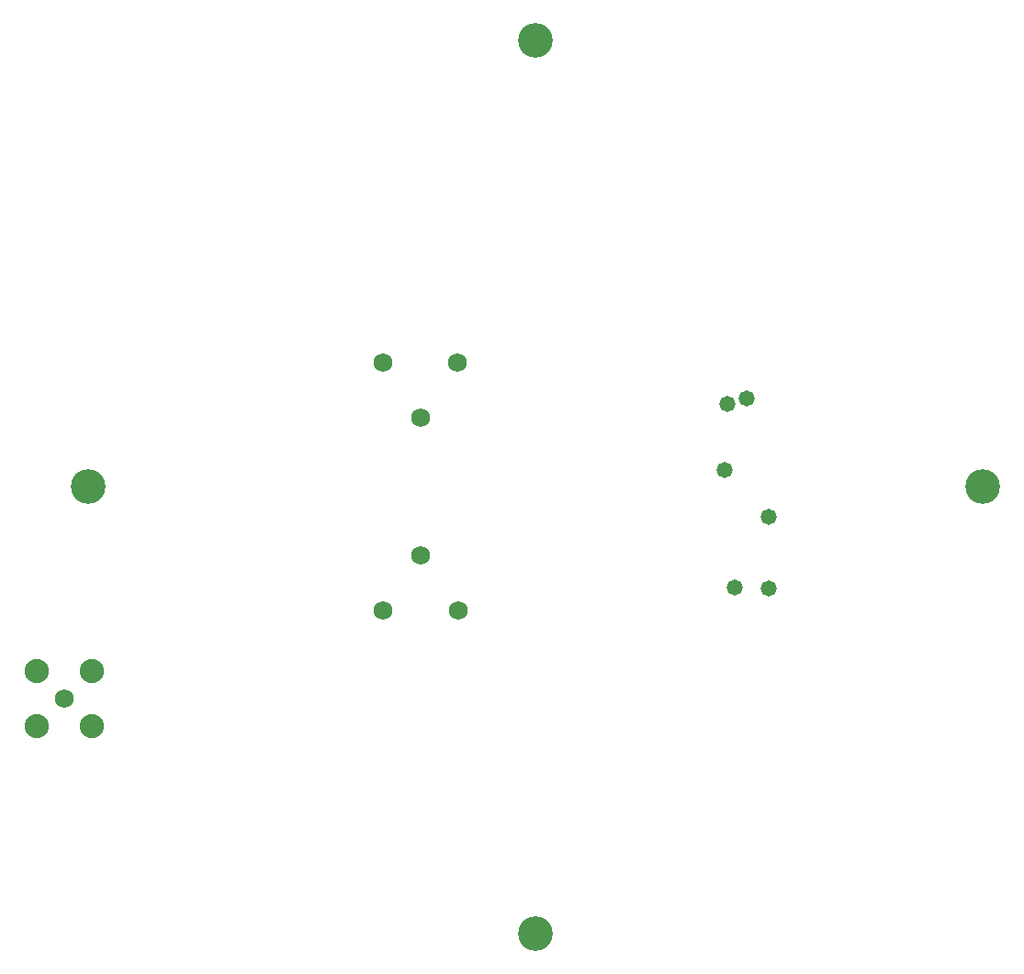
<source format=gbs>
%FSLAX44Y44*%
%MOMM*%
G71*
G01*
G75*
G04 Layer_Color=16711935*
%ADD10C,1.0160*%
%ADD11C,0.2540*%
%ADD12C,3.0000*%
%ADD13C,1.1000*%
%ADD14C,1.7000*%
%ADD15C,1.2000*%
%ADD16C,1.5240*%
%ADD17C,2.0320*%
%ADD18C,1.2700*%
%ADD19R,5.8420X37.4650*%
%ADD20R,28.8290X6.6040*%
%ADD21R,11.3030X8.2550*%
%ADD22R,11.5570X8.2550*%
%ADD23R,2.5400X2.2860*%
%ADD24C,3.2032*%
%ADD25C,1.3032*%
%ADD26C,1.9032*%
%ADD27C,1.4032*%
%ADD28C,1.7272*%
%ADD29C,2.2352*%
%ADD30C,1.4732*%
D24*
X1163839Y732689D02*
D03*
X751839Y320689D02*
D03*
Y1144689D02*
D03*
X339839Y732689D02*
D03*
D25*
X680954Y618389D02*
D03*
X679440Y846989D02*
D03*
X645954Y669189D02*
D03*
Y796189D02*
D03*
X611196Y846989D02*
D03*
X610954Y618389D02*
D03*
D26*
X342639Y512289D02*
D03*
Y563089D02*
D03*
X291839Y512289D02*
D03*
Y563089D02*
D03*
D27*
X317239Y537689D02*
D03*
D28*
X680954Y618389D02*
D03*
X645954Y669189D02*
D03*
X610954Y618389D02*
D03*
X611196Y846989D02*
D03*
X645954Y796189D02*
D03*
X679440Y846989D02*
D03*
X317239Y537689D02*
D03*
D29*
X342639Y563089D02*
D03*
Y512289D02*
D03*
X291839D02*
D03*
Y563089D02*
D03*
D30*
X925828Y748030D02*
D03*
X928368Y808990D02*
D03*
X966468Y704850D02*
D03*
Y638810D02*
D03*
X946148Y814070D02*
D03*
X935353Y639445D02*
D03*
M02*

</source>
